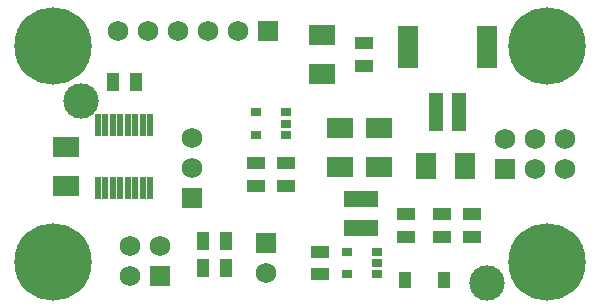
<source format=gts>
G04 (created by PCBNEW (2013-07-07 BZR 4022)-stable) date 1/4/2015 11:10:14 AM*
%MOIN*%
G04 Gerber Fmt 3.4, Leading zero omitted, Abs format*
%FSLAX34Y34*%
G01*
G70*
G90*
G04 APERTURE LIST*
%ADD10C,0.00590551*%
%ADD11R,0.063X0.043*%
%ADD12R,0.0438X0.056*%
%ADD13R,0.043X0.063*%
%ADD14C,0.11811*%
%ADD15R,0.068X0.068*%
%ADD16C,0.068*%
%ADD17R,0.038X0.028*%
%ADD18R,0.024X0.073*%
%ADD19R,0.114299X0.0552441*%
%ADD20R,0.0473701X0.12611*%
%ADD21R,0.0670551X0.141858*%
%ADD22R,0.088X0.068*%
%ADD23C,0.258*%
%ADD24R,0.068X0.088*%
G04 APERTURE END LIST*
G54D10*
G54D11*
X52500Y-30925D03*
X52500Y-31675D03*
X51500Y-30925D03*
X51500Y-31675D03*
G54D12*
X56456Y-34800D03*
X57744Y-34800D03*
G54D11*
X53622Y-34626D03*
X53622Y-33876D03*
G54D13*
X50475Y-33500D03*
X49725Y-33500D03*
G54D11*
X58700Y-33375D03*
X58700Y-32625D03*
X56500Y-33375D03*
X56500Y-32625D03*
G54D14*
X59200Y-34900D03*
X45650Y-28850D03*
G54D15*
X49370Y-32082D03*
G54D16*
X49370Y-31082D03*
X49370Y-30082D03*
G54D15*
X48295Y-34673D03*
G54D16*
X47295Y-34673D03*
X48295Y-33673D03*
X47295Y-33673D03*
G54D15*
X51900Y-26500D03*
G54D16*
X50900Y-26500D03*
X49900Y-26500D03*
X48900Y-26500D03*
X47900Y-26500D03*
X46900Y-26500D03*
G54D13*
X47475Y-28200D03*
X46725Y-28200D03*
G54D11*
X57700Y-33375D03*
X57700Y-32625D03*
G54D13*
X50475Y-34400D03*
X49725Y-34400D03*
G54D17*
X55539Y-34626D03*
X55539Y-33876D03*
X54539Y-34626D03*
X55539Y-34251D03*
X54539Y-33876D03*
G54D18*
X47211Y-29658D03*
X46961Y-29658D03*
X46711Y-29658D03*
X46461Y-29658D03*
X47961Y-31758D03*
X47961Y-29658D03*
X47711Y-29658D03*
X47461Y-29658D03*
X46211Y-31758D03*
X46461Y-31758D03*
X46711Y-31758D03*
X46961Y-31758D03*
X47211Y-31758D03*
X47461Y-31758D03*
X46211Y-29658D03*
X47711Y-31758D03*
G54D19*
X55000Y-32127D03*
X55000Y-33072D03*
G54D20*
X57480Y-29212D03*
X58267Y-29212D03*
G54D21*
X56555Y-27047D03*
X59192Y-27047D03*
G54D22*
X45157Y-30373D03*
X45157Y-31673D03*
X53700Y-27950D03*
X53700Y-26650D03*
G54D23*
X44724Y-27007D03*
X44724Y-34212D03*
X61181Y-34212D03*
X61181Y-27007D03*
G54D15*
X51811Y-33594D03*
G54D16*
X51811Y-34594D03*
G54D11*
X55100Y-27675D03*
X55100Y-26925D03*
G54D17*
X52500Y-29975D03*
X52500Y-29225D03*
X51500Y-29975D03*
X52500Y-29600D03*
X51500Y-29225D03*
G54D22*
X54300Y-31050D03*
X54300Y-29750D03*
G54D24*
X58450Y-31000D03*
X57150Y-31000D03*
G54D22*
X55600Y-31050D03*
X55600Y-29750D03*
G54D15*
X59800Y-31100D03*
G54D16*
X59800Y-30100D03*
X60800Y-31100D03*
X60800Y-30100D03*
X61800Y-31100D03*
X61800Y-30100D03*
M02*

</source>
